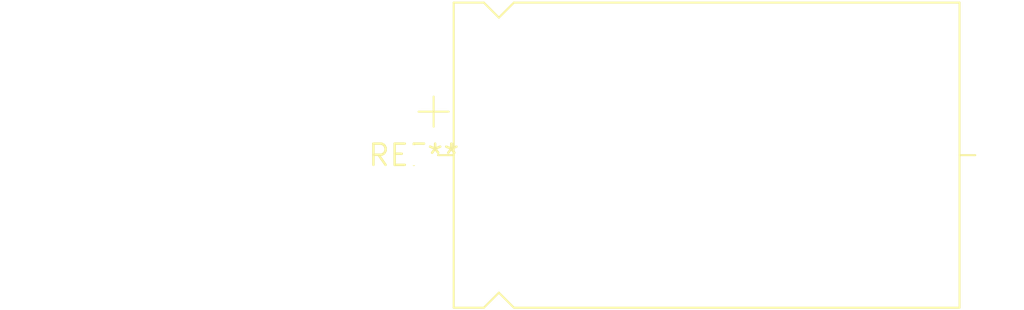
<source format=kicad_pcb>
(kicad_pcb (version 20240108) (generator pcbnew)
  (layers (0 "F.Cu" signal) (31 "B.Cu" signal) (34 "B.Paste" user) (35 "F.Paste" user) (36 "B.SilkS" user "B.Silkscreen") (37 "F.SilkS" user "F.Silkscreen") (38 "B.Mask" user) (39 "F.Mask" user) (44 "Edge.Cuts" user))
  (net 0 "")
  (footprint "CP_Axial_L30.0mm_D18.0mm_P35.00mm_Horizontal" (layer "F.Cu") (at 0 0)
    (property "Reference" "REF**")
    (property "Value" "CP_Axial_L30.0mm_D18.0mm_P35.00mm_Horizontal")
    (fp_line (start 0.28 -2.6) (end 2.08 -2.6) (layer "F.SilkS") (stroke (width 0.12)))
    (fp_line (start 1.18 -3.5) (end 1.18 -1.7) (layer "F.SilkS") (stroke (width 0.12)))
    (fp_line (start 1.44 0) (end 2.38 0) (layer "F.SilkS") (stroke (width 0.12)))
    (fp_line (start 2.38 -9.12) (end 2.38 9.12) (layer "F.SilkS") (stroke (width 0.12)))
    (fp_line (start 2.38 -9.12) (end 4.18 -9.12) (layer "F.SilkS") (stroke (width 0.12)))
    (fp_line (start 2.38 9.12) (end 4.18 9.12) (layer "F.SilkS") (stroke (width 0.12)))
    (fp_line (start 4.18 -9.12) (end 5.08 -8.22) (layer "F.SilkS") (stroke (width 0.12)))
    (fp_line (start 4.18 9.12) (end 5.08 8.22) (layer "F.SilkS") (stroke (width 0.12)))
    (fp_line (start 5.08 -8.22) (end 5.98 -9.12) (layer "F.SilkS") (stroke (width 0.12)))
    (fp_line (start 5.08 8.22) (end 5.98 9.12) (layer "F.SilkS") (stroke (width 0.12)))
    (fp_line (start 5.98 -9.12) (end 32.62 -9.12) (layer "F.SilkS") (stroke (width 0.12)))
    (fp_line (start 5.98 9.12) (end 32.62 9.12) (layer "F.SilkS") (stroke (width 0.12)))
    (fp_line (start 32.62 -9.12) (end 32.62 9.12) (layer "F.SilkS") (stroke (width 0.12)))
    (fp_line (start 33.56 0) (end 32.62 0) (layer "F.SilkS") (stroke (width 0.12)))
    (pad "1" thru_hole rect (at 0 0) (size 2.4 2.4) (drill 1.2) (layers *.Cu *.Mask) (remove_unused_layers))
    (pad "2" thru_hole oval (at 35 0) (size 2.4 2.4) (drill 1.2) (layers *.Cu *.Mask) (remove_unused_layers))
  )
)
</source>
